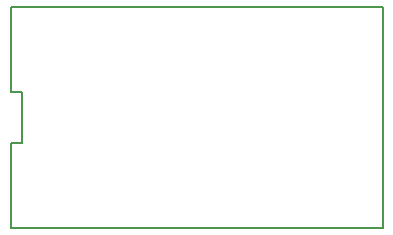
<source format=gbr>
G04 (created by PCBNEW (2013-01-27 BZR 3925)-testing) date Tue 29 Jan 2013 04:49:03 PM CET*
%MOIN*%
G04 Gerber Fmt 3.4, Leading zero omitted, Abs format*
%FSLAX34Y34*%
G01*
G70*
G90*
G04 APERTURE LIST*
%ADD10C,2.3622e-06*%
%ADD11C,0.00787402*%
G04 APERTURE END LIST*
G54D10*
G54D11*
X54811Y-44161D02*
X54811Y-41307D01*
X54811Y-45834D02*
X54811Y-48688D01*
X55204Y-45834D02*
X55204Y-44161D01*
X55204Y-45834D02*
X54811Y-45834D01*
X54811Y-44161D02*
X55204Y-44161D01*
X67212Y-41307D02*
X54811Y-41307D01*
X67212Y-48688D02*
X67212Y-41307D01*
X54811Y-48688D02*
X67212Y-48688D01*
M02*

</source>
